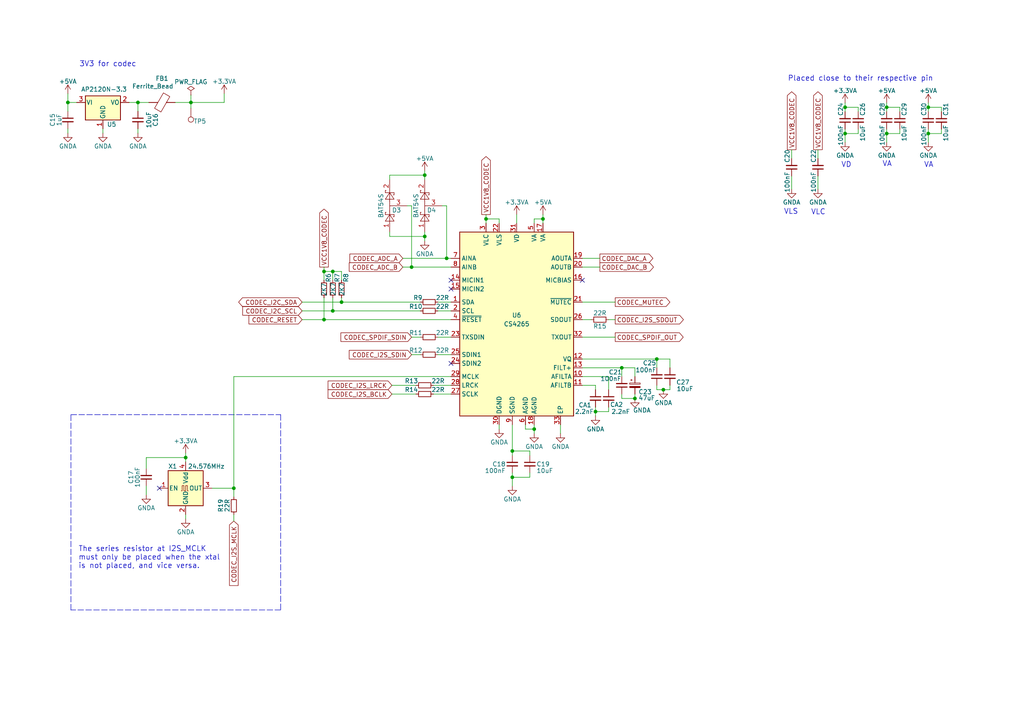
<source format=kicad_sch>
(kicad_sch (version 20211123) (generator eeschema)
  (paper "A4")
  (title_block (title "MOD DuoX - Bottom Board") (date "2022-01-26") (rev "Rev 2.0P2") (company "MOD Devices GmbH") (comment 1 "DuoX Audio processing board") (comment 2 "https://github.com/moddevices/mod-hw-duoX") (comment 3 "Inp Power: 12V 1A"))
  (lib_symbols
    (symbol "Device:Ferrite_Bead" (pin_numbers hide) (pin_names (offset 0))
      (property "Reference" "FB" (at -3.81 0.635 90))
      (property "Value" "Device_Ferrite_Bead" (at 3.81 0 90))
      (symbol "Ferrite_Bead_0_1"
        (polyline (pts (xy 0 -1.27) (xy 0 -1.2192)))
        (polyline (pts (xy 0 1.27) (xy 0 1.2954)))
        (polyline (pts (xy -2.7686 0.4064) (xy -1.7018 2.2606) (xy 2.7686 -0.3048) (xy 1.6764 -2.159) (xy -2.7686 0.4064)))
      )
      (symbol "Ferrite_Bead_1_1"
        (pin passive line (at 0 3.81 270) (length 2.54) (name "~") (number "1"))
        (pin passive line (at 0 -3.81 90) (length 2.54) (name "~") (number "2"))
      )
    )
    (symbol "bottom-board-rescue:+3.3VA-power" (power) (pin_names (offset 0))
      (property "Value" "+3.3VA-power" (at 0 3.556 0))
      (symbol "+3.3VA-power_0_1"
        (polyline (pts (xy -0.762 1.27) (xy 0 2.54)))
        (polyline (pts (xy 0 0) (xy 0 2.54)))
        (polyline (pts (xy 0 2.54) (xy 0.762 1.27)))
      )
      (symbol "+3.3VA-power_1_1"
        (pin power_in line (at 0 0 90) (length 0) hide (name "+3.3VA") (number "1"))
      )
    )
    (symbol "bottom-board-rescue:+5VA-power" (power) (pin_names (offset 0))
      (property "Value" "+5VA-power" (at 0 3.556 0))
      (symbol "+5VA-power_0_1"
        (polyline (pts (xy -0.762 1.27) (xy 0 2.54)))
        (polyline (pts (xy 0 0) (xy 0 2.54)))
        (polyline (pts (xy 0 2.54) (xy 0.762 1.27)))
      )
      (symbol "+5VA-power_1_1"
        (pin power_in line (at 0 0 90) (length 0) hide (name "+5VA") (number "1"))
      )
    )
    (symbol "bottom-board-rescue:AP2120N-3.3-local-components" (pin_names (offset 0.254))
      (property "Reference" "U" (at -3.81 3.175 0))
      (property "Value" "AP2120N-3.3-local-components" (at 0 3.175 0))
      (symbol "AP2120N-3.3-local-components_0_1"
        (rectangle (start -5.08 -5.08) (end 5.08 1.905) (stroke (width 0.254)) (fill (type background)))
      )
      (symbol "AP2120N-3.3-local-components_1_1"
        (pin power_in line (at 0 -7.62 90) (length 2.54) (name "GND") (number "1"))
        (pin passive line (at 7.62 0 180) (length 2.54) (name "VO") (number "2"))
        (pin power_in line (at -7.62 0 0) (length 2.54) (name "VI") (number "3"))
      )
    )
    (symbol "bottom-board-rescue:ASV-xxxMHz-Oscillator" (pin_names (offset 0.254))
      (property "Reference" "X" (at -5.08 6.35 0))
      (property "Value" "ASV-xxxMHz-Oscillator" (at 1.27 -6.35 0))
      (symbol "ASV-xxxMHz-Oscillator_0_1"
        (rectangle (start -5.08 5.08) (end 5.08 -5.08) (stroke (width 0.254)) (fill (type background)))
        (polyline (pts (xy -1.27 -0.762) (xy -1.016 -0.762) (xy -1.016 0.762) (xy -0.508 0.762) (xy -0.508 -0.762) (xy 0 -0.762) (xy 0 0.762) (xy 0.508 0.762) (xy 0.508 -0.762) (xy 0.762 -0.762)))
      )
      (symbol "ASV-xxxMHz-Oscillator_1_1"
        (pin input line (at -7.62 0 0) (length 2.54) (name "EN") (number "1"))
        (pin power_in line (at 0 -7.62 90) (length 2.54) (name "GND") (number "2"))
        (pin output line (at 7.62 0 180) (length 2.54) (name "OUT") (number "3"))
        (pin power_in line (at 0 7.62 270) (length 2.54) (name "Vdd") (number "4"))
      )
    )
    (symbol "bottom-board-rescue:BAT54S-Diode" (pin_names (offset 1.016))
      (property "Reference" "D" (at 0.635 -3.81 0))
      (property "Value" "BAT54S-Diode" (at -6.35 3.175 0))
      (symbol "BAT54S-Diode_0_1"
        (polyline (pts (xy -3.81 0) (xy -1.27 0)))
        (polyline (pts (xy -3.175 -1.27) (xy -3.175 -1.016)))
        (polyline (pts (xy -2.54 -1.27) (xy -3.175 -1.27)))
        (polyline (pts (xy -2.54 -1.27) (xy -2.54 1.27)))
        (polyline (pts (xy -2.54 1.27) (xy -1.905 1.27)))
        (polyline (pts (xy -1.905 0) (xy 1.905 0)))
        (polyline (pts (xy -1.905 1.27) (xy -1.905 1.016)))
        (polyline (pts (xy 1.27 0) (xy 3.81 0)))
        (polyline (pts (xy 3.175 -1.27) (xy 3.175 -1.016)))
        (polyline (pts (xy 3.81 -1.27) (xy 3.175 -1.27)))
        (polyline (pts (xy 3.81 -1.27) (xy 3.81 1.27)))
        (polyline (pts (xy 3.81 1.27) (xy 4.445 1.27)))
        (polyline (pts (xy 4.445 1.27) (xy 4.445 1.016)))
        (polyline (pts (xy -4.445 1.27) (xy -4.445 -1.27) (xy -2.54 0) (xy -4.445 1.27)))
        (polyline (pts (xy 1.905 1.27) (xy 1.905 -1.27) (xy 3.81 0) (xy 1.905 1.27)))
      )
      (symbol "BAT54S-Diode_1_1"
        (pin passive line (at -7.62 0 0) (length 3.81) (name "~") (number "1"))
        (pin passive line (at 7.62 0 180) (length 3.81) (name "~") (number "2"))
        (pin passive line (at 0 -5.08 90) (length 5.08) (name "~") (number "3"))
      )
    )
    (symbol "bottom-board-rescue:CP_Small-Device" (pin_numbers hide) (pin_names (offset 0.254) hide)
      (property "Reference" "C" (at 0.254 1.778 0))
      (property "Value" "CP_Small-Device" (at 0.254 -2.032 0))
      (symbol "CP_Small-Device_0_1"
        (rectangle (start -1.524 -0.3048) (end 1.524 -0.6858) (fill (type outline)))
        (rectangle (start -1.524 0.6858) (end 1.524 0.3048))
        (polyline (pts (xy -1.27 1.524) (xy -0.762 1.524)))
        (polyline (pts (xy -1.016 1.27) (xy -1.016 1.778)))
      )
      (symbol "CP_Small-Device_1_1"
        (pin passive line (at 0 2.54 270) (length 1.8542) (name "~") (number "1"))
        (pin passive line (at 0 -2.54 90) (length 1.8542) (name "~") (number "2"))
      )
    )
    (symbol "bottom-board-rescue:CS4265-local-components"
      (property "Reference" "U" (at 16.51 30.48 0))
      (property "Value" "CS4265-local-components" (at 16.51 27.94 0))
      (symbol "CS4265-local-components_0_1"
        (rectangle (start -16.51 26.67) (end 16.51 -26.67) (stroke (width 0.254)) (fill (type background)))
      )
      (symbol "CS4265-local-components_1_1"
        (pin bidirectional line (at -19.05 6.35 0) (length 2.54) (name "SDA") (number "1"))
        (pin output line (at 19.05 -15.24 180) (length 2.54) (name "AFILTA") (number "10"))
        (pin output line (at 19.05 -17.78 180) (length 2.54) (name "AFILTB") (number "11"))
        (pin output line (at 19.05 -10.16 180) (length 2.54) (name "VQ") (number "12"))
        (pin output line (at 19.05 -12.7 180) (length 2.54) (name "FILT+") (number "13"))
        (pin input line (at -19.05 12.7 0) (length 2.54) (name "MICIN1") (number "14"))
        (pin input line (at -19.05 10.16 0) (length 2.54) (name "MICIN2") (number "15"))
        (pin output line (at 19.05 12.7 180) (length 2.54) (name "MICBIAS") (number "16"))
        (pin power_in line (at 7.62 29.21 270) (length 2.54) (name "VA") (number "17"))
        (pin power_in line (at 5.08 -29.21 90) (length 2.54) (name "AGND") (number "18"))
        (pin output line (at 19.05 19.05 180) (length 2.54) (name "AOUTA") (number "19"))
        (pin input line (at -19.05 3.81 0) (length 2.54) (name "SCL") (number "2"))
        (pin output line (at 19.05 16.51 180) (length 2.54) (name "AOUTB") (number "20"))
        (pin output line (at 19.05 6.35 180) (length 2.54) (name "~{MUTEC}") (number "21"))
        (pin power_in line (at -5.08 29.21 270) (length 2.54) (name "VLS") (number "22"))
        (pin input line (at -19.05 -3.81 0) (length 2.54) (name "TXSDIN") (number "23"))
        (pin input line (at -19.05 -11.43 0) (length 2.54) (name "SDIN2") (number "24"))
        (pin input line (at -19.05 -8.89 0) (length 2.54) (name "SDIN1") (number "25"))
        (pin output line (at 19.05 1.27 180) (length 2.54) (name "SDOUT") (number "26"))
        (pin bidirectional line (at -19.05 -20.32 0) (length 2.54) (name "SCLK") (number "27"))
        (pin bidirectional line (at -19.05 -17.78 0) (length 2.54) (name "LRCK") (number "28"))
        (pin input line (at -19.05 -15.24 0) (length 2.54) (name "MCLK") (number "29"))
        (pin input line (at -8.89 29.21 270) (length 2.54) (name "VLC") (number "3"))
        (pin power_in line (at -5.08 -29.21 90) (length 2.54) (name "DGND") (number "30"))
        (pin power_in line (at 0 29.21 270) (length 2.54) (name "VD") (number "31"))
        (pin output line (at 19.05 -3.81 180) (length 2.54) (name "TXOUT") (number "32"))
        (pin power_in line (at 12.7 -29.21 90) (length 2.54) (name "EP") (number "33"))
        (pin input line (at -19.05 1.27 0) (length 2.54) (name "~{RESET}") (number "4"))
        (pin power_in line (at 5.08 29.21 270) (length 2.54) (name "VA") (number "5"))
        (pin power_in line (at 2.54 -29.21 90) (length 2.54) (name "AGND") (number "6"))
        (pin input line (at -19.05 19.05 0) (length 2.54) (name "AINA") (number "7"))
        (pin input line (at -19.05 16.51 0) (length 2.54) (name "AINB") (number "8"))
        (pin power_in line (at -1.27 -29.21 90) (length 2.54) (name "SGND") (number "9"))
      )
    )
    (symbol "bottom-board-rescue:C_Small-Device" (pin_numbers hide) (pin_names (offset 0.254) hide)
      (property "Reference" "C" (at 0.254 1.778 0))
      (property "Value" "C_Small-Device" (at 0.254 -2.032 0))
      (symbol "C_Small-Device_0_1"
        (polyline (pts (xy -1.524 -0.508) (xy 1.524 -0.508)) (stroke (width 0.3302)))
        (polyline (pts (xy -1.524 0.508) (xy 1.524 0.508)) (stroke (width 0.3048)))
      )
      (symbol "C_Small-Device_1_1"
        (pin passive line (at 0 2.54 270) (length 2.032) (name "~") (number "1"))
        (pin passive line (at 0 -2.54 90) (length 2.032) (name "~") (number "2"))
      )
    )
    (symbol "bottom-board-rescue:GNDA-power" (power) (pin_names (offset 0))
      (property "Value" "GNDA-power" (at 0 -3.81 0))
      (symbol "GNDA-power_0_1"
        (polyline (pts (xy 0 0) (xy 0 -1.27) (xy 1.27 -1.27) (xy 0 -2.54) (xy -1.27 -1.27) (xy 0 -1.27)))
      )
      (symbol "GNDA-power_1_1"
        (pin power_in line (at 0 0 270) (length 0) hide (name "GNDA") (number "1"))
      )
    )
    (symbol "bottom-board-rescue:PWR_FLAG-power" (power) (pin_numbers hide) (pin_names (offset 0) hide)
      (property "Value" "PWR_FLAG-power" (at 0 3.81 0))
      (symbol "PWR_FLAG-power_0_0"
        (pin power_out line (at 0 0 90) (length 0) (name "pwr") (number "1"))
      )
      (symbol "PWR_FLAG-power_0_1"
        (polyline (pts (xy 0 0) (xy 0 1.27) (xy -1.016 1.905) (xy 0 2.54) (xy 1.016 1.905) (xy 0 1.27)))
      )
    )
    (symbol "bottom-board-rescue:R_Small-Device" (pin_numbers hide) (pin_names (offset 0.254) hide)
      (property "Reference" "R" (at 0.762 0.508 0))
      (property "Value" "R_Small-Device" (at 0.762 -1.016 0))
      (symbol "R_Small-Device_0_1"
        (rectangle (start -0.762 1.778) (end 0.762 -1.778) (stroke (width 0.2032)))
      )
      (symbol "R_Small-Device_1_1"
        (pin passive line (at 0 2.54 270) (length 0.762) (name "~") (number "1"))
        (pin passive line (at 0 -2.54 90) (length 0.762) (name "~") (number "2"))
      )
    )
    (symbol "bottom-board-rescue:TestPoint-Connector" (pin_numbers hide) (pin_names (offset 0.762) hide)
      (property "Reference" "TP" (at 0 6.858 0))
      (property "Value" "TestPoint-Connector" (at 0 5.08 0))
      (symbol "TestPoint-Connector_0_1"
        (circle (center 0 3.302) (radius 0.762))
      )
      (symbol "TestPoint-Connector_1_1"
        (pin passive line (at 0 0 90) (length 2.54) (name "1") (number "1"))
      )
    )
  )
  (junction (at 245.11 31.115))
  (junction (at 96.52 78.74))
  (junction (at 53.848 132.715))
  (junction (at 257.175 31.115))
  (junction (at 40.005 29.718))
  (junction (at 99.06 87.63))
  (junction (at 55.372 29.718))
  (junction (at 269.24 31.115))
  (junction (at 140.97 63.5))
  (junction (at 190.5 104.14))
  (junction (at 269.24 38.735))
  (junction (at 154.94 124.46))
  (junction (at 96.52 90.17))
  (junction (at 19.685 29.718))
  (junction (at 172.72 119.38))
  (junction (at 192.405 113.03))
  (junction (at 67.818 141.605))
  (junction (at 257.175 38.735))
  (junction (at 93.98 78.74))
  (junction (at 180.34 106.68))
  (junction (at 184.15 115.57))
  (junction (at 148.59 138.43))
  (junction (at 123.19 50.8))
  (junction (at 245.11 38.735))
  (junction (at 123.19 68.58))
  (junction (at 148.59 130.81))
  (junction (at 119.38 77.47))
  (junction (at 157.48 63.5))
  (junction (at 129.54 74.93))
  (junction (at 93.98 92.71))
  (no_connect (at 130.81 83.82))
  (no_connect (at 168.91 81.28))
  (no_connect (at 46.228 141.605))
  (no_connect (at 130.81 105.41))
  (no_connect (at 130.81 81.28))
  (wire (pts (xy 120.65 114.3) (xy 113.665 114.3)))
  (polyline (pts (xy 20.574 120.269) (xy 81.407 120.269)))
  (wire (pts (xy 157.48 63.5) (xy 157.48 64.77)))
  (wire (pts (xy 93.98 92.71) (xy 130.81 92.71)))
  (wire (pts (xy 37.465 29.718) (xy 40.005 29.718)))
  (wire (pts (xy 269.24 31.115) (xy 269.24 32.385)))
  (wire (pts (xy 260.985 37.465) (xy 260.985 38.735)))
  (wire (pts (xy 127 97.79) (xy 130.81 97.79)))
  (wire (pts (xy 130.81 109.22) (xy 67.818 109.22)))
  (wire (pts (xy 53.848 131.445) (xy 53.848 132.715)))
  (wire (pts (xy 176.53 119.38) (xy 172.72 119.38)))
  (wire (pts (xy 257.175 38.735) (xy 257.175 41.275)))
  (wire (pts (xy 248.92 32.385) (xy 248.92 31.115)))
  (wire (pts (xy 269.24 37.465) (xy 269.24 38.735)))
  (wire (pts (xy 176.53 118.11) (xy 176.53 119.38)))
  (wire (pts (xy 144.78 64.77) (xy 144.78 63.5)))
  (wire (pts (xy 273.05 37.465) (xy 273.05 38.735)))
  (wire (pts (xy 99.06 78.74) (xy 99.06 81.28)))
  (wire (pts (xy 172.72 118.11) (xy 172.72 119.38)))
  (wire (pts (xy 168.91 111.76) (xy 172.72 111.76)))
  (wire (pts (xy 40.005 37.338) (xy 40.005 38.608)))
  (polyline (pts (xy 81.407 120.269) (xy 81.407 176.911)))
  (wire (pts (xy 229.616 51.054) (xy 229.616 54.864)))
  (wire (pts (xy 116.84 77.47) (xy 119.38 77.47)))
  (wire (pts (xy 273.05 31.115) (xy 269.24 31.115)))
  (wire (pts (xy 171.45 92.71) (xy 168.91 92.71)))
  (wire (pts (xy 172.72 119.38) (xy 172.72 120.65)))
  (wire (pts (xy 40.005 29.718) (xy 40.005 32.258)))
  (wire (pts (xy 129.54 74.93) (xy 130.81 74.93)))
  (wire (pts (xy 269.24 38.735) (xy 269.24 41.275)))
  (wire (pts (xy 190.5 113.03) (xy 192.405 113.03)))
  (wire (pts (xy 257.175 31.115) (xy 257.175 32.385)))
  (wire (pts (xy 148.59 123.19) (xy 148.59 130.81)))
  (wire (pts (xy 113.03 50.8) (xy 123.19 50.8)))
  (wire (pts (xy 140.97 62.23) (xy 140.97 63.5)))
  (wire (pts (xy 119.38 102.87) (xy 121.92 102.87)))
  (wire (pts (xy 55.372 29.718) (xy 65.024 29.718)))
  (wire (pts (xy 140.97 63.5) (xy 140.97 64.77)))
  (wire (pts (xy 113.03 52.07) (xy 113.03 50.8)))
  (wire (pts (xy 96.52 90.17) (xy 96.52 86.36)))
  (wire (pts (xy 99.06 87.63) (xy 121.92 87.63)))
  (wire (pts (xy 87.63 87.63) (xy 99.06 87.63)))
  (wire (pts (xy 22.225 29.718) (xy 19.685 29.718)))
  (wire (pts (xy 245.11 31.115) (xy 245.11 32.385)))
  (wire (pts (xy 273.05 32.385) (xy 273.05 31.115)))
  (wire (pts (xy 130.81 111.76) (xy 125.73 111.76)))
  (wire (pts (xy 93.98 86.36) (xy 93.98 92.71)))
  (wire (pts (xy 184.15 106.68) (xy 184.15 109.22)))
  (wire (pts (xy 96.52 78.74) (xy 99.06 78.74)))
  (wire (pts (xy 127 102.87) (xy 130.81 102.87)))
  (wire (pts (xy 19.685 37.338) (xy 19.685 38.608)))
  (wire (pts (xy 153.67 132.08) (xy 153.67 130.81)))
  (wire (pts (xy 168.91 74.93) (xy 173.99 74.93)))
  (wire (pts (xy 168.91 104.14) (xy 190.5 104.14)))
  (wire (pts (xy 125.73 114.3) (xy 130.81 114.3)))
  (wire (pts (xy 93.98 78.74) (xy 96.52 78.74)))
  (wire (pts (xy 168.91 109.22) (xy 176.53 109.22)))
  (wire (pts (xy 152.4 124.46) (xy 154.94 124.46)))
  (wire (pts (xy 67.818 141.605) (xy 67.818 144.145)))
  (wire (pts (xy 184.15 114.3) (xy 184.15 115.57)))
  (polyline (pts (xy 20.574 176.911) (xy 20.574 120.269)))
  (wire (pts (xy 130.81 90.17) (xy 127 90.17)))
  (wire (pts (xy 148.59 130.81) (xy 148.59 132.08)))
  (wire (pts (xy 152.4 123.19) (xy 152.4 124.46)))
  (wire (pts (xy 184.15 115.57) (xy 180.34 115.57)))
  (wire (pts (xy 154.94 64.77) (xy 154.94 63.5)))
  (wire (pts (xy 43.18 29.718) (xy 40.005 29.718)))
  (wire (pts (xy 67.818 151.13) (xy 67.818 149.225)))
  (wire (pts (xy 119.38 77.47) (xy 130.81 77.47)))
  (wire (pts (xy 168.91 106.68) (xy 180.34 106.68)))
  (wire (pts (xy 153.67 138.43) (xy 148.59 138.43)))
  (wire (pts (xy 96.52 90.17) (xy 121.92 90.17)))
  (wire (pts (xy 162.56 125.73) (xy 162.56 123.19)))
  (wire (pts (xy 180.34 109.22) (xy 180.34 106.68)))
  (wire (pts (xy 248.92 37.465) (xy 248.92 38.735)))
  (wire (pts (xy 93.98 77.47) (xy 93.98 78.74)))
  (wire (pts (xy 237.236 43.434) (xy 237.236 45.974)))
  (wire (pts (xy 154.94 124.46) (xy 154.94 125.73)))
  (wire (pts (xy 153.67 130.81) (xy 148.59 130.81)))
  (wire (pts (xy 123.19 67.31) (xy 123.19 68.58)))
  (wire (pts (xy 245.11 38.735) (xy 245.11 41.275)))
  (wire (pts (xy 53.848 132.715) (xy 53.848 133.985)))
  (wire (pts (xy 257.175 29.845) (xy 257.175 31.115)))
  (wire (pts (xy 116.84 74.93) (xy 129.54 74.93)))
  (wire (pts (xy 87.63 92.71) (xy 93.98 92.71)))
  (wire (pts (xy 42.418 135.89) (xy 42.418 132.715)))
  (wire (pts (xy 173.99 77.47) (xy 168.91 77.47)))
  (polyline (pts (xy 81.407 176.911) (xy 20.574 176.911)))
  (wire (pts (xy 96.52 81.28) (xy 96.52 78.74)))
  (wire (pts (xy 123.19 49.53) (xy 123.19 50.8)))
  (wire (pts (xy 260.985 38.735) (xy 257.175 38.735)))
  (wire (pts (xy 248.92 31.115) (xy 245.11 31.115)))
  (wire (pts (xy 154.94 123.19) (xy 154.94 124.46)))
  (wire (pts (xy 260.985 32.385) (xy 260.985 31.115)))
  (wire (pts (xy 148.59 138.43) (xy 148.59 140.97)))
  (wire (pts (xy 67.818 109.22) (xy 67.818 141.605)))
  (wire (pts (xy 113.665 111.76) (xy 120.65 111.76)))
  (wire (pts (xy 168.91 87.63) (xy 178.435 87.63)))
  (wire (pts (xy 194.31 104.14) (xy 194.31 106.68)))
  (wire (pts (xy 190.5 104.14) (xy 194.31 104.14)))
  (wire (pts (xy 192.405 113.03) (xy 194.31 113.03)))
  (wire (pts (xy 93.98 78.74) (xy 93.98 81.28)))
  (wire (pts (xy 29.845 37.338) (xy 29.845 38.608)))
  (wire (pts (xy 55.372 31.369) (xy 55.372 29.718)))
  (wire (pts (xy 245.11 29.845) (xy 245.11 31.115)))
  (wire (pts (xy 113.03 68.58) (xy 123.19 68.58)))
  (wire (pts (xy 144.78 63.5) (xy 140.97 63.5)))
  (wire (pts (xy 153.67 137.16) (xy 153.67 138.43)))
  (wire (pts (xy 245.11 37.465) (xy 245.11 38.735)))
  (wire (pts (xy 180.34 114.3) (xy 180.34 115.57)))
  (wire (pts (xy 118.11 59.69) (xy 119.38 59.69)))
  (wire (pts (xy 87.63 90.17) (xy 96.52 90.17)))
  (wire (pts (xy 19.685 27.178) (xy 19.685 29.718)))
  (wire (pts (xy 269.24 29.845) (xy 269.24 31.115)))
  (wire (pts (xy 65.024 29.718) (xy 65.024 27.178)))
  (wire (pts (xy 42.418 140.97) (xy 42.418 143.51)))
  (wire (pts (xy 42.418 132.715) (xy 53.848 132.715)))
  (wire (pts (xy 128.27 59.69) (xy 129.54 59.69)))
  (wire (pts (xy 180.34 106.68) (xy 184.15 106.68)))
  (wire (pts (xy 248.92 38.735) (xy 245.11 38.735)))
  (wire (pts (xy 55.372 29.718) (xy 55.372 27.559)))
  (wire (pts (xy 129.54 59.69) (xy 129.54 74.93)))
  (wire (pts (xy 172.72 111.76) (xy 172.72 113.03)))
  (wire (pts (xy 127 87.63) (xy 130.81 87.63)))
  (wire (pts (xy 119.38 97.79) (xy 121.92 97.79)))
  (wire (pts (xy 190.5 111.76) (xy 190.5 113.03)))
  (wire (pts (xy 148.59 137.16) (xy 148.59 138.43)))
  (wire (pts (xy 257.175 37.465) (xy 257.175 38.735)))
  (wire (pts (xy 178.435 97.79) (xy 168.91 97.79)))
  (wire (pts (xy 113.03 67.31) (xy 113.03 68.58)))
  (wire (pts (xy 53.848 149.225) (xy 53.848 150.495)))
  (wire (pts (xy 190.5 106.68) (xy 190.5 104.14)))
  (wire (pts (xy 50.8 29.718) (xy 55.372 29.718)))
  (wire (pts (xy 260.985 31.115) (xy 257.175 31.115)))
  (wire (pts (xy 229.616 43.434) (xy 229.616 45.974)))
  (wire (pts (xy 99.06 87.63) (xy 99.06 86.36)))
  (wire (pts (xy 123.19 68.58) (xy 123.19 69.85)))
  (wire (pts (xy 144.78 123.19) (xy 144.78 124.46)))
  (wire (pts (xy 273.05 38.735) (xy 269.24 38.735)))
  (wire (pts (xy 178.435 92.71) (xy 176.53 92.71)))
  (wire (pts (xy 237.236 54.864) (xy 237.236 51.054)))
  (wire (pts (xy 154.94 63.5) (xy 157.48 63.5)))
  (wire (pts (xy 149.86 62.23) (xy 149.86 64.77)))
  (wire (pts (xy 176.53 109.22) (xy 176.53 113.03)))
  (wire (pts (xy 19.685 29.718) (xy 19.685 32.258)))
  (wire (pts (xy 123.19 50.8) (xy 123.19 52.07)))
  (wire (pts (xy 194.31 111.76) (xy 194.31 113.03)))
  (wire (pts (xy 119.38 59.69) (xy 119.38 77.47)))
  (wire (pts (xy 61.468 141.605) (xy 67.818 141.605)))
  (wire (pts (xy 157.48 62.23) (xy 157.48 63.5)))
  (text "3V3 for codec" (at 22.987 19.558 0) (effects (font (size 1.524 1.524)) (justify left bottom)))
  (text "VD" (at 243.967 48.768 0) (effects (font (size 1.524 1.524)) (justify left bottom)))
  (text "Placed close to their respective pin" (at 228.473 23.749 0) (effects (font (size 1.524 1.524)) (justify left bottom)))
  (text "VLC" (at 235.204 62.484 0) (effects (font (size 1.524 1.524)) (justify left bottom)))
  (text "VA" (at 255.905 48.514 0) (effects (font (size 1.524 1.524)) (justify left bottom)))
  (text "VA" (at 267.97 48.768 0) (effects (font (size 1.524 1.524)) (justify left bottom)))
  (text "The series resistor at I2S_MCLK \nmust only be placed when the xtal\nis not placed, and vice versa." (at 22.733 165.1 0) (effects (font (size 1.524 1.524)) (justify left bottom)))
  (text "VLS" (at 227.33 62.357 0) (effects (font (size 1.524 1.524)) (justify left bottom)))
  (global_label "CODEC_I2S_SDIN" (shape input) (at 119.38 102.87 180) (property "Intersheet References" "${INTERSHEET_REFS}" (effects hide)))
  (global_label "CODEC_I2S_LRCK" (shape input) (at 113.665 111.76 180) (property "Intersheet References" "${INTERSHEET_REFS}" (effects hide)))
  (global_label "VCC1V8_CODEC" (shape output) (at 140.97 62.23 90) (property "Intersheet References" "${INTERSHEET_REFS}" (effects hide)))
  (global_label "CODEC_I2S_SDOUT" (shape output) (at 178.435 92.71 0) (property "Intersheet References" "${INTERSHEET_REFS}" (effects hide)))
  (global_label "CODEC_DAC_B" (shape output) (at 173.99 77.47 0) (property "Intersheet References" "${INTERSHEET_REFS}" (effects hide)))
  (global_label "CODEC_RESET" (shape input) (at 87.63 92.71 180) (property "Intersheet References" "${INTERSHEET_REFS}" (effects hide)))
  (global_label "CODEC_DAC_A" (shape output) (at 173.99 74.93 0) (property "Intersheet References" "${INTERSHEET_REFS}" (effects hide)))
  (global_label "CODEC_MUTEC" (shape output) (at 178.435 87.63 0) (property "Intersheet References" "${INTERSHEET_REFS}" (effects hide)))
  (global_label "CODEC_SPDIF_OUT" (shape output) (at 178.435 97.79 0) (property "Intersheet References" "${INTERSHEET_REFS}" (effects hide)))
  (global_label "CODEC_ADC_B" (shape input) (at 116.84 77.47 180) (property "Intersheet References" "${INTERSHEET_REFS}" (effects hide)))
  (global_label "CODEC_I2S_MCLK" (shape input) (at 67.818 151.13 270) (property "Intersheet References" "${INTERSHEET_REFS}" (effects hide)))
  (global_label "CODEC_I2C_SDA" (shape bidirectional) (at 87.63 87.63 180) (property "Intersheet References" "${INTERSHEET_REFS}" (effects hide)))
  (global_label "CODEC_I2C_SCL" (shape input) (at 87.63 90.17 180) (property "Intersheet References" "${INTERSHEET_REFS}" (effects hide)))
  (global_label "VCC1V8_CODEC" (shape output) (at 237.236 43.434 90) (property "Intersheet References" "${INTERSHEET_REFS}" (effects hide)))
  (global_label "VCC1V8_CODEC" (shape output) (at 229.616 43.434 90) (property "Intersheet References" "${INTERSHEET_REFS}" (effects hide)))
  (global_label "CODEC_SPDIF_SDIN" (shape input) (at 119.38 97.79 180) (property "Intersheet References" "${INTERSHEET_REFS}" (effects hide)))
  (global_label "VCC1V8_CODEC" (shape output) (at 93.98 77.47 90) (property "Intersheet References" "${INTERSHEET_REFS}" (effects hide)))
  (global_label "CODEC_I2S_BCLK" (shape input) (at 113.665 114.3 180) (property "Intersheet References" "${INTERSHEET_REFS}" (effects hide)))
  (global_label "CODEC_ADC_A" (shape input) (at 116.84 74.93 180) (property "Intersheet References" "${INTERSHEET_REFS}" (effects hide)))
  (symbol (lib_id "bottom-board-rescue:CS4265-local-components") (at 149.86 93.98 0) (unit 1)
    (property "Reference" "U6" (at 149.86 91.44 0))
    (property "Value" "CS4265" (at 149.86 93.98 0))
    (property "Footprint" "Package_DFN_QFN:QFN-32-1EP_5x5mm_P0.5mm_EP3.1x3.1mm" (effects hide))
    (property "Datasheet" "https://d3uzseaevmutz1.cloudfront.net/pubs/proDatasheet/CS4265_F3.pdf" (effects hide))
    (property "MPN" "CS4265-CNZ" (effects hide))
  )
  (symbol (lib_id "bottom-board-rescue:C_Small-Device") (at 172.72 115.57 0) (unit 1)
    (property "Reference" "CA1" (at 171.577 117.475 0) (effects (justify right)))
    (property "Value" "2.2nF" (at 166.751 119.38 0) (effects (justify left)))
    (property "Footprint" "Capacitor_SMD:C_0603_1608Metric" (effects hide))
    (property "MPN" "GRM1885C1H222JA01D" (effects hide))
  )
  (symbol (lib_id "bottom-board-rescue:+5VA-power") (at 123.19 49.53 0) (mirror y) (unit 1)
    (property "Reference" "#PWR044" (effects hide))
    (property "Value" "+5VA" (at 123.19 45.974 0))
  )
  (symbol (lib_id "bottom-board-rescue:GNDA-power") (at 123.19 69.85 0) (mirror y) (unit 1)
    (property "Reference" "#PWR045" (effects hide))
    (property "Value" "GNDA" (at 123.19 73.66 0))
  )
  (symbol (lib_id "bottom-board-rescue:CP_Small-Device") (at 184.15 111.76 0) (unit 1)
    (property "Reference" "C23" (at 185.166 113.665 0) (effects (justify left)))
    (property "Value" "47uF" (at 185.166 115.443 0) (effects (justify left)))
    (property "Footprint" "Capacitor_SMD:CP_Elec_5x5.4" (effects hide))
    (property "MPN" "EDK476M016A9DAA" (effects hide))
  )
  (symbol (lib_id "bottom-board-rescue:R_Small-Device") (at 173.99 92.71 90) (unit 1)
    (property "Reference" "R15" (at 173.99 94.615 90))
    (property "Value" "22R" (at 173.99 90.805 90))
    (property "Footprint" "Resistor_SMD:R_0603_1608Metric" (effects hide))
    (property "MPN" "RMCF0603JT22R0" (effects hide))
  )
  (symbol (lib_id "bottom-board-rescue:GNDA-power") (at 229.616 54.864 0) (unit 1)
    (property "Reference" "#PWR055" (effects hide))
    (property "Value" "GNDA" (at 229.616 58.674 0))
  )
  (symbol (lib_id "bottom-board-rescue:ASV-xxxMHz-Oscillator") (at 53.848 141.605 0) (unit 1)
    (property "Reference" "X1" (at 48.768 135.255 0) (effects (justify left)))
    (property "Value" "24.576MHz" (at 54.483 135.255 0) (effects (justify left)))
    (property "Footprint" "Oscillator:Oscillator_SMD_Abracon_ASV-4Pin_7.0x5.1mm" (effects hide))
    (property "MPN" "ASV-24.576MHZ-EJ-T" (effects hide))
  )
  (symbol (lib_id "bottom-board-rescue:GNDA-power") (at 53.848 150.495 0) (unit 1)
    (property "Reference" "#PWR043" (effects hide))
    (property "Value" "GNDA" (at 53.848 154.305 0))
  )
  (symbol (lib_id "bottom-board-rescue:GNDA-power") (at 42.418 143.51 0) (unit 1)
    (property "Reference" "#PWR041" (effects hide))
    (property "Value" "GNDA" (at 42.418 147.32 0))
  )
  (symbol (lib_id "bottom-board-rescue:GNDA-power") (at 162.56 125.73 0) (unit 1)
    (property "Reference" "#PWR052" (effects hide))
    (property "Value" "GNDA" (at 162.56 129.54 0))
  )
  (symbol (lib_id "bottom-board-rescue:+3.3VA-power") (at 65.024 27.178 0) (unit 1)
    (property "Reference" "#PWR038" (effects hide))
    (property "Value" "+3.3VA" (at 65.024 23.622 0))
  )
  (symbol (lib_id "bottom-board-rescue:AP2120N-3.3-local-components") (at 29.845 29.718 0) (unit 1)
    (property "Reference" "U5" (at 32.385 36.068 0))
    (property "Value" "AP2120N-3.3" (at 23.495 25.908 0) (effects (justify left)))
    (property "Footprint" "Package_TO_SOT_SMD:SOT-23" (effects hide))
    (property "MPN" "AP2120N-3.3TRG1" (effects hide))
  )
  (symbol (lib_id "bottom-board-rescue:GNDA-power") (at 29.845 38.608 0) (unit 1)
    (property "Reference" "#PWR037" (effects hide))
    (property "Value" "GNDA" (at 29.845 42.418 0))
  )
  (symbol (lib_id "bottom-board-rescue:GNDA-power") (at 19.685 38.608 0) (unit 1)
    (property "Reference" "#PWR036" (effects hide))
    (property "Value" "GNDA" (at 19.685 42.418 0))
  )
  (symbol (lib_id "bottom-board-rescue:GNDA-power") (at 40.005 38.608 0) (unit 1)
    (property "Reference" "#PWR039" (effects hide))
    (property "Value" "GNDA" (at 40.005 42.418 0))
  )
  (symbol (lib_id "bottom-board-rescue:GNDA-power") (at 172.72 120.65 0) (unit 1)
    (property "Reference" "#PWR053" (effects hide))
    (property "Value" "GNDA" (at 172.72 124.46 0))
  )
  (symbol (lib_id "bottom-board-rescue:GNDA-power") (at 192.405 113.03 0) (unit 1)
    (property "Reference" "#PWR056" (effects hide))
    (property "Value" "GNDA" (at 192.405 116.84 0))
  )
  (symbol (lib_id "bottom-board-rescue:+3.3VA-power") (at 149.86 62.23 0) (unit 1)
    (property "Reference" "#PWR049" (effects hide))
    (property "Value" "+3.3VA" (at 149.86 58.674 0))
  )
  (symbol (lib_id "bottom-board-rescue:+3.3VA-power") (at 53.848 131.445 0) (unit 1)
    (property "Reference" "#PWR042" (effects hide))
    (property "Value" "+3.3VA" (at 53.848 127.889 0))
  )
  (symbol (lib_id "bottom-board-rescue:GNDA-power") (at 154.94 125.73 0) (unit 1)
    (property "Reference" "#PWR050" (effects hide))
    (property "Value" "GNDA" (at 154.94 129.54 0))
  )
  (symbol (lib_id "bottom-board-rescue:GNDA-power") (at 237.236 54.864 0) (unit 1)
    (property "Reference" "#PWR058" (effects hide))
    (property "Value" "GNDA" (at 237.236 58.674 0))
  )
  (symbol (lib_id "bottom-board-rescue:GNDA-power") (at 245.11 41.275 0) (unit 1)
    (property "Reference" "#PWR060" (effects hide))
    (property "Value" "GNDA" (at 245.11 45.085 0))
  )
  (symbol (lib_id "bottom-board-rescue:GNDA-power") (at 257.175 41.275 0) (unit 1)
    (property "Reference" "#PWR063" (effects hide))
    (property "Value" "GNDA" (at 257.175 45.085 0))
  )
  (symbol (lib_id "bottom-board-rescue:GNDA-power") (at 269.24 41.275 0) (unit 1)
    (property "Reference" "#PWR065" (effects hide))
    (property "Value" "GNDA" (at 269.24 45.085 0))
  )
  (symbol (lib_id "bottom-board-rescue:+5VA-power") (at 257.175 29.845 0) (mirror y) (unit 1)
    (property "Reference" "#PWR062" (effects hide))
    (property "Value" "+5VA" (at 257.175 26.289 0))
  )
  (symbol (lib_id "bottom-board-rescue:+5VA-power") (at 269.24 29.845 0) (mirror y) (unit 1)
    (property "Reference" "#PWR064" (effects hide))
    (property "Value" "+5VA" (at 269.24 26.289 0))
  )
  (symbol (lib_id "bottom-board-rescue:+5VA-power") (at 157.48 62.23 0) (mirror y) (unit 1)
    (property "Reference" "#PWR051" (effects hide))
    (property "Value" "+5VA" (at 157.48 58.674 0))
  )
  (symbol (lib_id "bottom-board-rescue:GNDA-power") (at 144.78 124.46 0) (unit 1)
    (property "Reference" "#PWR047" (effects hide))
    (property "Value" "GNDA" (at 144.78 128.27 0))
  )
  (symbol (lib_id "bottom-board-rescue:GNDA-power") (at 148.59 140.97 0) (unit 1)
    (property "Reference" "#PWR048" (effects hide))
    (property "Value" "GNDA" (at 148.59 144.78 0))
  )
  (symbol (lib_id "bottom-board-rescue:PWR_FLAG-power") (at 55.372 27.559 0) (unit 1)
    (property "Reference" "#FLG04" (effects hide))
    (property "Value" "PWR_FLAG" (at 55.372 23.749 0))
  )
  (symbol (lib_id "bottom-board-rescue:C_Small-Device") (at 19.685 34.798 0) (mirror y) (unit 1)
    (property "Reference" "C15" (at 15.24 34.798 90))
    (property "Value" "1uF" (at 17.145 34.798 90))
    (property "Footprint" "Capacitor_SMD:C_0603_1608Metric" (effects hide))
    (property "MPN" "TMK107B7105KA-T" (effects hide))
  )
  (symbol (lib_id "bottom-board-rescue:C_Small-Device") (at 40.005 34.798 0) (mirror y) (unit 1)
    (property "Reference" "C16" (at 45.085 34.798 90))
    (property "Value" "10uF" (at 43.18 34.798 90))
    (property "Footprint" "Capacitor_SMD:C_0805_2012Metric" (effects hide))
    (property "MPN" "GRM219R61E106KA12D" (effects hide))
  )
  (symbol (lib_id "bottom-board-rescue:C_Small-Device") (at 245.11 34.925 180) (unit 1)
    (property "Reference" "C24" (at 243.84 33.655 90) (effects (justify right)))
    (property "Value" "100nF" (at 243.84 36.195 90) (effects (justify left)))
    (property "Footprint" "Capacitor_SMD:C_0603_1608Metric" (effects hide))
    (property "MPN" "GCM188R71C104KA37D" (effects hide))
  )
  (symbol (lib_id "bottom-board-rescue:C_Small-Device") (at 248.92 34.925 0) (mirror y) (unit 1)
    (property "Reference" "C26" (at 250.19 33.655 90) (effects (justify left)))
    (property "Value" "10uF" (at 250.19 36.195 90) (effects (justify right)))
    (property "Footprint" "Capacitor_SMD:C_0805_2012Metric" (effects hide))
    (property "MPN" "GRM219R61E106KA12D" (effects hide))
  )
  (symbol (lib_id "bottom-board-rescue:C_Small-Device") (at 257.175 34.925 180) (unit 1)
    (property "Reference" "C28" (at 255.905 33.655 90) (effects (justify right)))
    (property "Value" "100nF" (at 255.905 36.195 90) (effects (justify left)))
    (property "Footprint" "Capacitor_SMD:C_0603_1608Metric" (effects hide))
    (property "MPN" "GCM188R71C104KA37D" (effects hide))
  )
  (symbol (lib_id "bottom-board-rescue:C_Small-Device") (at 260.985 34.925 0) (mirror y) (unit 1)
    (property "Reference" "C29" (at 262.255 33.655 90) (effects (justify left)))
    (property "Value" "10uF" (at 262.255 36.195 90) (effects (justify right)))
    (property "Footprint" "Capacitor_SMD:C_0805_2012Metric" (effects hide))
    (property "MPN" "GRM219R61E106KA12D" (effects hide))
  )
  (symbol (lib_id "bottom-board-rescue:C_Small-Device") (at 269.24 34.925 180) (unit 1)
    (property "Reference" "C30" (at 267.97 33.655 90) (effects (justify right)))
    (property "Value" "100nF" (at 267.97 36.195 90) (effects (justify left)))
    (property "Footprint" "Capacitor_SMD:C_0603_1608Metric" (effects hide))
    (property "MPN" "GCM188R71C104KA37D" (effects hide))
  )
  (symbol (lib_id "bottom-board-rescue:C_Small-Device") (at 273.05 34.925 0) (mirror y) (unit 1)
    (property "Reference" "C31" (at 274.32 33.655 90) (effects (justify left)))
    (property "Value" "10uF" (at 274.32 36.195 90) (effects (justify right)))
    (property "Footprint" "Capacitor_SMD:C_0805_2012Metric" (effects hide))
    (property "MPN" "GRM219R61E106KA12D" (effects hide))
  )
  (symbol (lib_id "bottom-board-rescue:C_Small-Device") (at 229.616 48.514 180) (unit 1)
    (property "Reference" "C20" (at 228.346 47.244 90) (effects (justify right)))
    (property "Value" "100nF" (at 228.346 49.784 90) (effects (justify left)))
    (property "Footprint" "Capacitor_SMD:C_0603_1608Metric" (effects hide))
    (property "MPN" "GCM188R71C104KA37D" (effects hide))
  )
  (symbol (lib_id "bottom-board-rescue:C_Small-Device") (at 237.236 48.514 180) (unit 1)
    (property "Reference" "C22" (at 235.966 47.244 90) (effects (justify right)))
    (property "Value" "100nF" (at 235.966 49.784 90) (effects (justify left)))
    (property "Footprint" "Capacitor_SMD:C_0603_1608Metric" (effects hide))
    (property "MPN" "GCM188R71C104KA37D" (effects hide))
  )
  (symbol (lib_id "bottom-board-rescue:C_Small-Device") (at 148.59 134.62 180) (unit 1)
    (property "Reference" "C18" (at 146.685 134.62 0) (effects (justify left)))
    (property "Value" "100nF" (at 146.685 136.525 0) (effects (justify left)))
    (property "Footprint" "Capacitor_SMD:C_0603_1608Metric" (effects hide))
    (property "MPN" "GCM188R71C104KA37D" (effects hide))
  )
  (symbol (lib_id "bottom-board-rescue:C_Small-Device") (at 153.67 134.62 0) (mirror y) (unit 1)
    (property "Reference" "C19" (at 155.575 134.62 0) (effects (justify right)))
    (property "Value" "10uF" (at 155.575 136.525 0) (effects (justify right)))
    (property "Footprint" "Capacitor_SMD:C_0805_2012Metric" (effects hide))
    (property "MPN" "GRM219R61E106KA12D" (effects hide))
  )
  (symbol (lib_id "bottom-board-rescue:C_Small-Device") (at 42.418 138.43 0) (mirror x) (unit 1)
    (property "Reference" "C17" (at 37.973 138.43 90))
    (property "Value" "100nF" (at 39.878 138.43 90))
    (property "Footprint" "Capacitor_SMD:C_0603_1608Metric" (effects hide))
    (property "MPN" "GCM188R71C104KA37D" (effects hide))
  )
  (symbol (lib_id "bottom-board-rescue:R_Small-Device") (at 123.19 111.76 270) (unit 1)
    (property "Reference" "R13" (at 121.285 110.49 90) (effects (justify right)))
    (property "Value" "22R" (at 125.095 110.49 90) (effects (justify left)))
    (property "Footprint" "Resistor_SMD:R_0603_1608Metric" (effects hide))
    (property "MPN" "RMCF0603JT22R0" (effects hide))
  )
  (symbol (lib_id "bottom-board-rescue:R_Small-Device") (at 123.19 114.3 270) (unit 1)
    (property "Reference" "R14" (at 121.285 113.03 90) (effects (justify right)))
    (property "Value" "22R" (at 125.095 113.03 90) (effects (justify left)))
    (property "Footprint" "Resistor_SMD:R_0603_1608Metric" (effects hide))
    (property "MPN" "RMCF0603JT22R0" (effects hide))
  )
  (symbol (lib_id "bottom-board-rescue:R_Small-Device") (at 124.46 97.79 270) (unit 1)
    (property "Reference" "R11" (at 122.555 96.52 90) (effects (justify right)))
    (property "Value" "22R" (at 126.365 96.52 90) (effects (justify left)))
    (property "Footprint" "Resistor_SMD:R_0603_1608Metric" (effects hide))
    (property "MPN" "RMCF0603JT22R0" (effects hide))
  )
  (symbol (lib_id "bottom-board-rescue:R_Small-Device") (at 124.46 102.87 270) (unit 1)
    (property "Reference" "R12" (at 122.555 101.6 90) (effects (justify right)))
    (property "Value" "22R" (at 126.365 101.6 90) (effects (justify left)))
    (property "Footprint" "Resistor_SMD:R_0603_1608Metric" (effects hide))
    (property "MPN" "RMCF0603JT22R0" (effects hide))
  )
  (symbol (lib_id "bottom-board-rescue:R_Small-Device") (at 124.46 90.17 270) (unit 1)
    (property "Reference" "R10" (at 122.555 88.9 90) (effects (justify right)))
    (property "Value" "22R" (at 126.365 88.9 90) (effects (justify left)))
    (property "Footprint" "Resistor_SMD:R_0603_1608Metric" (effects hide))
    (property "MPN" "RMCF0603JT22R0" (effects hide))
  )
  (symbol (lib_id "bottom-board-rescue:R_Small-Device") (at 124.46 87.63 270) (unit 1)
    (property "Reference" "R9" (at 122.555 86.36 90) (effects (justify right)))
    (property "Value" "22R" (at 126.365 86.36 90) (effects (justify left)))
    (property "Footprint" "Resistor_SMD:R_0603_1608Metric" (effects hide))
    (property "MPN" "RMCF0603JT22R0" (effects hide))
  )
  (symbol (lib_id "bottom-board-rescue:BAT54S-Diode") (at 113.03 59.69 90) (unit 1)
    (property "Reference" "D3" (at 113.665 60.96 90) (effects (justify right)))
    (property "Value" "BAT54S" (at 110.49 59.69 0))
    (property "Footprint" "Package_TO_SOT_SMD:SOT-23" (effects hide))
    (property "Datasheet" "https://www.diodes.com/assets/Datasheets/ds11005.pdf" (effects hide))
    (property "MPN" "BAT54SFILM" (effects hide))
  )
  (symbol (lib_id "bottom-board-rescue:BAT54S-Diode") (at 123.19 59.69 90) (unit 1)
    (property "Reference" "D4" (at 123.825 60.96 90) (effects (justify right)))
    (property "Value" "BAT54S" (at 120.65 59.69 0))
    (property "Footprint" "Package_TO_SOT_SMD:SOT-23" (effects hide))
    (property "Datasheet" "https://www.diodes.com/assets/Datasheets/ds11005.pdf" (effects hide))
    (property "MPN" "BAT54SFILM" (effects hide))
  )
  (symbol (lib_id "bottom-board-rescue:R_Small-Device") (at 93.98 83.82 0) (unit 1)
    (property "Reference" "R6" (at 95.25 81.915 90) (effects (justify left)))
    (property "Value" "2K7" (at 93.98 82.042 90) (effects (justify right)))
    (property "Footprint" "Resistor_SMD:R_0603_1608Metric" (effects hide))
    (property "MPN" "CRGCQ0603F2K7" (effects hide))
  )
  (symbol (lib_id "bottom-board-rescue:R_Small-Device") (at 96.52 83.82 0) (unit 1)
    (property "Reference" "R7" (at 97.79 81.915 90) (effects (justify left)))
    (property "Value" "2K7" (at 96.647 81.915 90) (effects (justify right)))
    (property "Footprint" "Resistor_SMD:R_0603_1608Metric" (effects hide))
    (property "MPN" "CRGCQ0603F2K7" (effects hide))
  )
  (symbol (lib_id "bottom-board-rescue:R_Small-Device") (at 99.06 83.82 0) (unit 1)
    (property "Reference" "R8" (at 100.33 81.915 90) (effects (justify left)))
    (property "Value" "2K7" (at 99.187 81.915 90) (effects (justify right)))
    (property "Footprint" "Resistor_SMD:R_0603_1608Metric" (effects hide))
    (property "MPN" "CRGCQ0603F2K7" (effects hide))
  )
  (symbol (lib_id "bottom-board-rescue:+3.3VA-power") (at 245.11 29.845 0) (unit 1)
    (property "Reference" "#PWR059" (effects hide))
    (property "Value" "+3.3VA" (at 245.11 26.289 0))
  )
  (symbol (lib_id "bottom-board-rescue:C_Small-Device") (at 176.53 115.57 0) (unit 1)
    (property "Reference" "CA2" (at 180.721 117.348 0) (effects (justify right)))
    (property "Value" "2.2nF" (at 177.292 119.38 0) (effects (justify left)))
    (property "Footprint" "Capacitor_SMD:C_0603_1608Metric" (effects hide))
    (property "MPN" "GRM1885C1H222JA01D" (effects hide))
  )
  (symbol (lib_id "bottom-board-rescue:C_Small-Device") (at 190.5 109.22 180) (unit 1)
    (property "Reference" "C25" (at 186.436 105.283 0) (effects (justify right)))
    (property "Value" "100nF" (at 190.373 107.315 0) (effects (justify left)))
    (property "Footprint" "Capacitor_SMD:C_0603_1608Metric" (effects hide))
    (property "MPN" "GCM188R71C104KA37D" (effects hide))
  )
  (symbol (lib_id "bottom-board-rescue:C_Small-Device") (at 194.31 109.22 0) (mirror y) (unit 1)
    (property "Reference" "C27" (at 200.025 110.871 0) (effects (justify left)))
    (property "Value" "10uF" (at 196.215 112.776 0) (effects (justify right)))
    (property "Footprint" "Capacitor_SMD:C_0805_2012Metric" (effects hide))
    (property "MPN" "GRM219R61E106KA12D" (effects hide))
  )
  (symbol (lib_id "bottom-board-rescue:C_Small-Device") (at 180.34 111.76 180) (unit 1)
    (property "Reference" "C21" (at 176.53 107.95 0) (effects (justify right)))
    (property "Value" "100nF" (at 180.213 109.855 0) (effects (justify left)))
    (property "Footprint" "Capacitor_SMD:C_0603_1608Metric" (effects hide))
    (property "MPN" "GCM188R71C104KA37D" (effects hide))
  )
  (symbol (lib_id "bottom-board-rescue:+5VA-power") (at 19.685 27.178 0) (mirror y) (unit 1)
    (property "Reference" "#PWR024" (effects hide))
    (property "Value" "+5VA" (at 19.685 23.622 0))
  )
  (symbol (lib_id "bottom-board-rescue:TestPoint-Connector") (at 55.372 31.369 180) (unit 1)
    (property "Reference" "TP5" (at 59.817 35.179 0) (effects (justify left)))
    (property "Value" "TestPoint" (effects hide))
    (property "Footprint" "TestPoint:TestPoint_Pad_D1.0mm" (effects hide))
  )
  (symbol (lib_id "bottom-board-rescue:R_Small-Device") (at 67.818 146.685 0) (unit 1)
    (property "Reference" "R19" (at 64.008 148.59 90) (effects (justify left)))
    (property "Value" "22R" (at 65.913 148.59 90) (effects (justify left)))
    (property "Footprint" "Resistor_SMD:R_0603_1608Metric" (effects hide))
    (property "MPN" "DO NOT PLACE" (effects hide))
  )
  (symbol (lib_id "bottom-board-rescue:GNDA-power") (at 184.15 115.57 0) (unit 1)
    (property "Reference" "#PWR0184" (effects hide))
    (property "Value" "GNDA" (at 186.182 118.999 0))
  )
  (symbol (lib_id "Device:Ferrite_Bead") (at 46.99 29.718 270) (unit 1)
    (property "Reference" "FB1" (at 46.99 22.7584 90))
    (property "Value" "Ferrite_Bead" (at 44.323 25.019 90))
    (property "Footprint" "Resistor_SMD:R_0603_1608Metric" (effects hide))
    (property "MPN" "BLM18HD102SH1D" (effects hide))
  )
)
</source>
